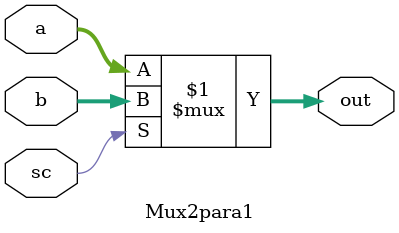
<source format=v>
module Mux2para1(
    input wire [31:0] a,    // Primeira entrada
    input wire [31:0] b,    // Segunda entrada 
    input wire sc,         // Sinal de controle (0 ou 1)
    output wire [31:0] out  // Saída
);

    assign out = (sc) ? b : a;

endmodule
</source>
